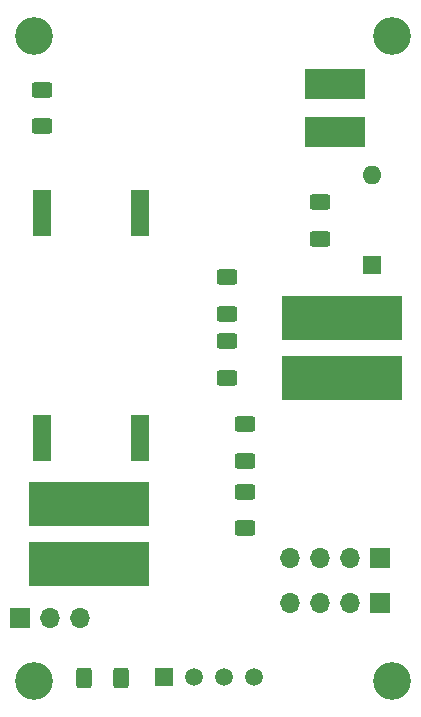
<source format=gbr>
%TF.GenerationSoftware,KiCad,Pcbnew,(6.0.6-0)*%
%TF.CreationDate,2025-06-29T09:16:52+02:00*%
%TF.ProjectId,meteo,6d657465-6f2e-46b6-9963-61645f706362,rev?*%
%TF.SameCoordinates,Original*%
%TF.FileFunction,Soldermask,Top*%
%TF.FilePolarity,Negative*%
%FSLAX46Y46*%
G04 Gerber Fmt 4.6, Leading zero omitted, Abs format (unit mm)*
G04 Created by KiCad (PCBNEW (6.0.6-0)) date 2025-06-29 09:16:52*
%MOMM*%
%LPD*%
G01*
G04 APERTURE LIST*
G04 Aperture macros list*
%AMRoundRect*
0 Rectangle with rounded corners*
0 $1 Rounding radius*
0 $2 $3 $4 $5 $6 $7 $8 $9 X,Y pos of 4 corners*
0 Add a 4 corners polygon primitive as box body*
4,1,4,$2,$3,$4,$5,$6,$7,$8,$9,$2,$3,0*
0 Add four circle primitives for the rounded corners*
1,1,$1+$1,$2,$3*
1,1,$1+$1,$4,$5*
1,1,$1+$1,$6,$7*
1,1,$1+$1,$8,$9*
0 Add four rect primitives between the rounded corners*
20,1,$1+$1,$2,$3,$4,$5,0*
20,1,$1+$1,$4,$5,$6,$7,0*
20,1,$1+$1,$6,$7,$8,$9,0*
20,1,$1+$1,$8,$9,$2,$3,0*%
G04 Aperture macros list end*
%ADD10RoundRect,0.250000X0.400000X0.625000X-0.400000X0.625000X-0.400000X-0.625000X0.400000X-0.625000X0*%
%ADD11RoundRect,0.250000X-0.625000X0.400000X-0.625000X-0.400000X0.625000X-0.400000X0.625000X0.400000X0*%
%ADD12RoundRect,0.250000X0.625000X-0.400000X0.625000X0.400000X-0.625000X0.400000X-0.625000X-0.400000X0*%
%ADD13C,3.200000*%
%ADD14R,10.160000X3.810000*%
%ADD15R,1.500000X4.000000*%
%ADD16R,5.080000X2.540000*%
%ADD17R,1.700000X1.700000*%
%ADD18O,1.700000X1.700000*%
%ADD19R,1.500000X1.500000*%
%ADD20C,1.500000*%
%ADD21R,1.600000X1.600000*%
%ADD22O,1.600000X1.600000*%
G04 APERTURE END LIST*
D10*
%TO.C,R7*%
X205385000Y-88900000D03*
X202285000Y-88900000D03*
%TD*%
D11*
%TO.C,R6*%
X222250000Y-48615000D03*
X222250000Y-51715000D03*
%TD*%
D12*
%TO.C,R1*%
X215900000Y-76226000D03*
X215900000Y-73126000D03*
%TD*%
D13*
%TO.C,H4*%
X228346000Y-89154000D03*
%TD*%
%TO.C,H2*%
X198021000Y-89154000D03*
%TD*%
D14*
%TO.C,J3*%
X202692000Y-74168000D03*
X202692000Y-79248000D03*
%TD*%
D11*
%TO.C,R3*%
X214376000Y-54939000D03*
X214376000Y-58039000D03*
%TD*%
D13*
%TO.C,H1*%
X198021000Y-34544000D03*
%TD*%
D14*
%TO.C,J4*%
X224155000Y-58420000D03*
X224155000Y-63500000D03*
%TD*%
D12*
%TO.C,R2*%
X215900000Y-70511000D03*
X215900000Y-67411000D03*
%TD*%
D15*
%TO.C,J1*%
X207010000Y-68580000D03*
X198755000Y-68580000D03*
X207010000Y-49530000D03*
X198755000Y-49530000D03*
%TD*%
D16*
%TO.C,J5*%
X223520000Y-42672000D03*
X223520000Y-38608000D03*
%TD*%
D12*
%TO.C,R5*%
X198755000Y-42190000D03*
X198755000Y-39090000D03*
%TD*%
D17*
%TO.C,J6*%
X227320000Y-82550000D03*
D18*
X224780000Y-82550000D03*
X222240000Y-82550000D03*
X219700000Y-82550000D03*
%TD*%
D19*
%TO.C,U1*%
X209012500Y-88802500D03*
D20*
X211552500Y-88802500D03*
X214092500Y-88802500D03*
X216632500Y-88802500D03*
%TD*%
D21*
%TO.C,SW1*%
X226695000Y-53932500D03*
D22*
X226695000Y-46312500D03*
%TD*%
D13*
%TO.C,H3*%
X228346000Y-34544000D03*
%TD*%
D17*
%TO.C,J2*%
X227320000Y-78740000D03*
D18*
X224780000Y-78740000D03*
X222240000Y-78740000D03*
X219700000Y-78740000D03*
%TD*%
D11*
%TO.C,R4*%
X214376000Y-60400000D03*
X214376000Y-63500000D03*
%TD*%
D17*
%TO.C,U2*%
X196865000Y-83820000D03*
D18*
X199405000Y-83820000D03*
X201945000Y-83820000D03*
%TD*%
M02*

</source>
